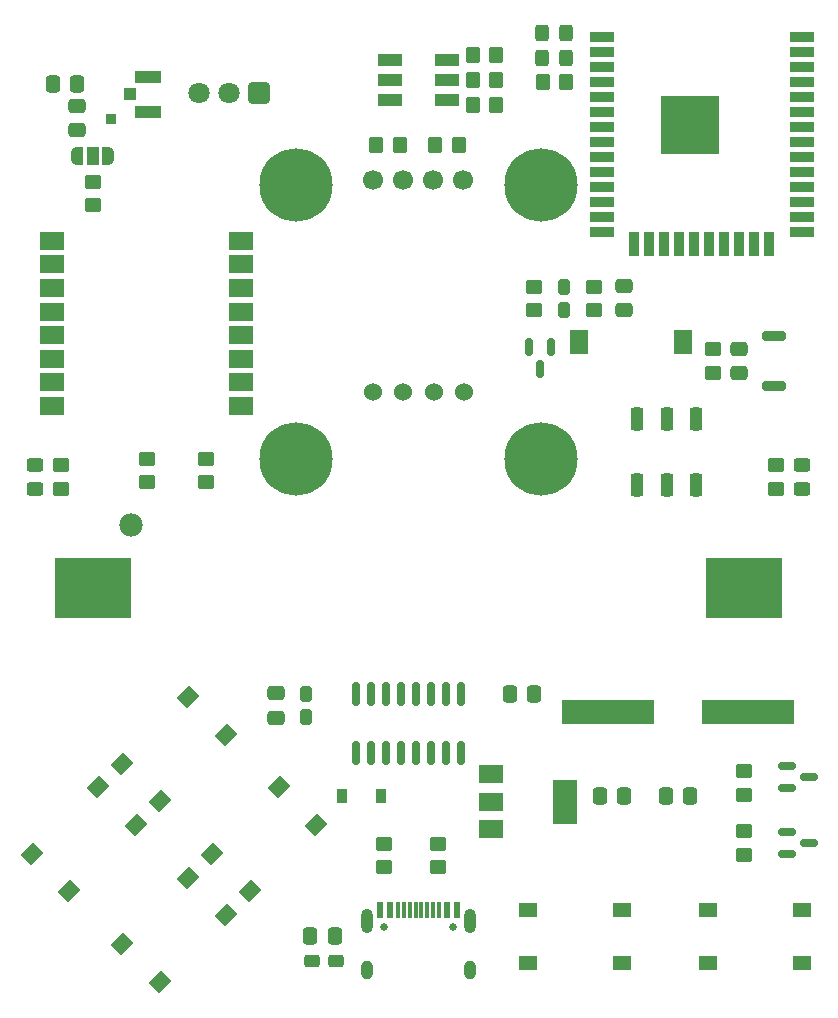
<source format=gbr>
G04 #@! TF.GenerationSoftware,KiCad,Pcbnew,6.0.11-2627ca5db0~126~ubuntu20.04.1*
G04 #@! TF.CreationDate,2023-07-03T19:36:09-05:00*
G04 #@! TF.ProjectId,iot-badge-915,696f742d-6261-4646-9765-2d3931352e6b,rev?*
G04 #@! TF.SameCoordinates,Original*
G04 #@! TF.FileFunction,Soldermask,Top*
G04 #@! TF.FilePolarity,Negative*
%FSLAX46Y46*%
G04 Gerber Fmt 4.6, Leading zero omitted, Abs format (unit mm)*
G04 Created by KiCad (PCBNEW 6.0.11-2627ca5db0~126~ubuntu20.04.1) date 2023-07-03 19:36:09*
%MOMM*%
%LPD*%
G01*
G04 APERTURE LIST*
G04 Aperture macros list*
%AMRoundRect*
0 Rectangle with rounded corners*
0 $1 Rounding radius*
0 $2 $3 $4 $5 $6 $7 $8 $9 X,Y pos of 4 corners*
0 Add a 4 corners polygon primitive as box body*
4,1,4,$2,$3,$4,$5,$6,$7,$8,$9,$2,$3,0*
0 Add four circle primitives for the rounded corners*
1,1,$1+$1,$2,$3*
1,1,$1+$1,$4,$5*
1,1,$1+$1,$6,$7*
1,1,$1+$1,$8,$9*
0 Add four rect primitives between the rounded corners*
20,1,$1+$1,$2,$3,$4,$5,0*
20,1,$1+$1,$4,$5,$6,$7,0*
20,1,$1+$1,$6,$7,$8,$9,0*
20,1,$1+$1,$8,$9,$2,$3,0*%
%AMRotRect*
0 Rectangle, with rotation*
0 The origin of the aperture is its center*
0 $1 length*
0 $2 width*
0 $3 Rotation angle, in degrees counterclockwise*
0 Add horizontal line*
21,1,$1,$2,0,0,$3*%
%AMFreePoly0*
4,1,22,0.550000,-0.750000,0.000000,-0.750000,0.000000,-0.745033,-0.079941,-0.743568,-0.215256,-0.701293,-0.333266,-0.622738,-0.424486,-0.514219,-0.481581,-0.384460,-0.499164,-0.250000,-0.500000,-0.250000,-0.500000,0.250000,-0.499164,0.250000,-0.499963,0.256109,-0.478152,0.396186,-0.417904,0.524511,-0.324060,0.630769,-0.204165,0.706417,-0.067858,0.745374,0.000000,0.744959,0.000000,0.750000,
0.550000,0.750000,0.550000,-0.750000,0.550000,-0.750000,$1*%
%AMFreePoly1*
4,1,20,0.000000,0.744959,0.073905,0.744508,0.209726,0.703889,0.328688,0.626782,0.421226,0.519385,0.479903,0.390333,0.500000,0.250000,0.500000,-0.250000,0.499851,-0.262216,0.476331,-0.402017,0.414519,-0.529596,0.319384,-0.634700,0.198574,-0.708877,0.061801,-0.746166,0.000000,-0.745033,0.000000,-0.750000,-0.550000,-0.750000,-0.550000,0.750000,0.000000,0.750000,0.000000,0.744959,
0.000000,0.744959,$1*%
G04 Aperture macros list end*
%ADD10R,0.900000X1.200000*%
%ADD11RoundRect,0.250000X-0.350000X-0.450000X0.350000X-0.450000X0.350000X0.450000X-0.350000X0.450000X0*%
%ADD12RoundRect,0.250000X-0.337500X-0.475000X0.337500X-0.475000X0.337500X0.475000X-0.337500X0.475000X0*%
%ADD13RoundRect,0.250000X-0.275000X0.400000X-0.275000X-0.400000X0.275000X-0.400000X0.275000X0.400000X0*%
%ADD14RoundRect,0.250000X-0.325000X-0.450000X0.325000X-0.450000X0.325000X0.450000X-0.325000X0.450000X0*%
%ADD15C,1.980000*%
%ADD16R,6.400000X5.100000*%
%ADD17RoundRect,0.250000X-0.400000X-0.275000X0.400000X-0.275000X0.400000X0.275000X-0.400000X0.275000X0*%
%ADD18RoundRect,0.250000X-0.450000X0.350000X-0.450000X-0.350000X0.450000X-0.350000X0.450000X0.350000X0*%
%ADD19RoundRect,0.250000X-0.475000X0.337500X-0.475000X-0.337500X0.475000X-0.337500X0.475000X0.337500X0*%
%ADD20RoundRect,0.250000X-0.450000X0.325000X-0.450000X-0.325000X0.450000X-0.325000X0.450000X0.325000X0*%
%ADD21R,2.000000X0.900000*%
%ADD22R,0.900000X2.000000*%
%ADD23R,5.000000X5.000000*%
%ADD24R,1.050000X1.000000*%
%ADD25R,2.200000X1.050000*%
%ADD26RotRect,1.550000X1.300000X45.000000*%
%ADD27C,0.650000*%
%ADD28R,0.600000X1.450000*%
%ADD29R,0.300000X1.450000*%
%ADD30O,1.000000X2.100000*%
%ADD31O,1.000000X1.600000*%
%ADD32R,2.000000X1.500000*%
%ADD33R,2.000000X3.800000*%
%ADD34R,1.550000X1.300000*%
%ADD35RoundRect,0.150000X-0.587500X-0.150000X0.587500X-0.150000X0.587500X0.150000X-0.587500X0.150000X0*%
%ADD36RoundRect,0.250000X0.450000X-0.350000X0.450000X0.350000X-0.450000X0.350000X-0.450000X-0.350000X0*%
%ADD37FreePoly0,0.000000*%
%ADD38R,1.000000X1.500000*%
%ADD39FreePoly1,0.000000*%
%ADD40R,7.875000X2.000000*%
%ADD41RoundRect,0.150000X0.150000X-0.825000X0.150000X0.825000X-0.150000X0.825000X-0.150000X-0.825000X0*%
%ADD42C,6.200000*%
%ADD43C,1.700000*%
%ADD44C,1.524000*%
%ADD45RoundRect,0.248400X0.651600X0.651600X-0.651600X0.651600X-0.651600X-0.651600X0.651600X-0.651600X0*%
%ADD46C,1.800000*%
%ADD47RoundRect,0.150000X-0.150000X0.587500X-0.150000X-0.587500X0.150000X-0.587500X0.150000X0.587500X0*%
%ADD48R,1.500000X2.000000*%
%ADD49RoundRect,0.275000X-0.275000X0.700000X-0.275000X-0.700000X0.275000X-0.700000X0.275000X0.700000X0*%
%ADD50RoundRect,0.250000X0.475000X-0.337500X0.475000X0.337500X-0.475000X0.337500X-0.475000X-0.337500X0*%
%ADD51R,0.850000X0.850000*%
%ADD52R,2.000000X1.100000*%
%ADD53RoundRect,0.200000X0.800000X-0.200000X0.800000X0.200000X-0.800000X0.200000X-0.800000X-0.200000X0*%
G04 APERTURE END LIST*
D10*
X128550000Y-132100000D03*
X131850000Y-132100000D03*
D11*
X139600000Y-73600000D03*
X141600000Y-73600000D03*
D12*
X104012500Y-71800000D03*
X106087500Y-71800000D03*
D11*
X145500000Y-71700000D03*
X147500000Y-71700000D03*
X139600000Y-69400000D03*
X141600000Y-69400000D03*
D12*
X125823800Y-144000000D03*
X127898800Y-144000000D03*
D13*
X125476000Y-123444000D03*
X125476000Y-125394000D03*
D14*
X145475000Y-67500000D03*
X147525000Y-67500000D03*
D15*
X110650000Y-109200000D03*
D16*
X107450000Y-114500000D03*
X162550000Y-114500000D03*
D12*
X150346500Y-132080000D03*
X152421500Y-132080000D03*
D17*
X126025000Y-146100000D03*
X127975000Y-146100000D03*
D18*
X107400000Y-80100000D03*
X107400000Y-82100000D03*
D19*
X162100000Y-94252500D03*
X162100000Y-96327500D03*
D20*
X167500000Y-104075000D03*
X167500000Y-106125000D03*
D21*
X150500000Y-67845000D03*
X150500000Y-69115000D03*
X150500000Y-70385000D03*
X150500000Y-71655000D03*
X150500000Y-72925000D03*
X150500000Y-74195000D03*
X150500000Y-75465000D03*
X150500000Y-76735000D03*
X150500000Y-78005000D03*
X150500000Y-79275000D03*
X150500000Y-80545000D03*
X150500000Y-81815000D03*
X150500000Y-83085000D03*
X150500000Y-84355000D03*
D22*
X153285000Y-85355000D03*
X154555000Y-85355000D03*
X155825000Y-85355000D03*
X157095000Y-85355000D03*
X158365000Y-85355000D03*
X159635000Y-85355000D03*
X160905000Y-85355000D03*
X162175000Y-85355000D03*
X163445000Y-85355000D03*
X164715000Y-85355000D03*
D21*
X167500000Y-84355000D03*
X167500000Y-83085000D03*
X167500000Y-81815000D03*
X167500000Y-80545000D03*
X167500000Y-79275000D03*
X167500000Y-78005000D03*
X167500000Y-76735000D03*
X167500000Y-75465000D03*
X167500000Y-74195000D03*
X167500000Y-72925000D03*
X167500000Y-71655000D03*
X167500000Y-70385000D03*
X167500000Y-69115000D03*
X167500000Y-67845000D03*
D23*
X158000000Y-75345000D03*
D24*
X110550000Y-72700000D03*
D25*
X112075000Y-71225000D03*
X112075000Y-74175000D03*
D26*
X109898260Y-129369759D03*
X115519759Y-123748260D03*
X118701740Y-126930241D03*
X113080241Y-132551740D03*
D27*
X137890000Y-143196000D03*
X132110000Y-143196000D03*
D28*
X131750000Y-141751000D03*
X132550000Y-141751000D03*
D29*
X133750000Y-141751000D03*
X134750000Y-141751000D03*
X135250000Y-141751000D03*
X136250000Y-141751000D03*
D28*
X137450000Y-141751000D03*
X138250000Y-141751000D03*
X138250000Y-141751000D03*
X137450000Y-141751000D03*
D29*
X136750000Y-141751000D03*
X135750000Y-141751000D03*
X134250000Y-141751000D03*
X133250000Y-141751000D03*
D28*
X132550000Y-141751000D03*
X131750000Y-141751000D03*
D30*
X130680000Y-142666000D03*
D31*
X139320000Y-146846000D03*
X130680000Y-146846000D03*
D30*
X139320000Y-142666000D03*
D18*
X112000000Y-103550000D03*
X112000000Y-105550000D03*
D11*
X136387100Y-77000000D03*
X138387100Y-77000000D03*
D32*
X141122000Y-130288000D03*
D33*
X147422000Y-132588000D03*
D32*
X141122000Y-132588000D03*
X141122000Y-134888000D03*
D34*
X152236400Y-141750000D03*
X144286400Y-141750000D03*
X144286400Y-146250000D03*
X152236400Y-146250000D03*
D26*
X115519759Y-139048260D03*
X109898260Y-144669759D03*
X113080241Y-147851740D03*
X118701740Y-142230241D03*
D13*
X147320000Y-89025000D03*
X147320000Y-90975000D03*
D35*
X166194500Y-129558000D03*
X166194500Y-131458000D03*
X168069500Y-130508000D03*
D36*
X149860000Y-91000000D03*
X149860000Y-89000000D03*
D12*
X155934500Y-132080000D03*
X158009500Y-132080000D03*
D19*
X122936000Y-123422500D03*
X122936000Y-125497500D03*
D36*
X136652000Y-138160000D03*
X136652000Y-136160000D03*
D37*
X106100000Y-77900000D03*
D38*
X107400000Y-77900000D03*
D39*
X108700000Y-77900000D03*
D40*
X151062500Y-125000000D03*
X162937500Y-125000000D03*
D11*
X131392900Y-77000000D03*
X133392900Y-77000000D03*
D41*
X129667000Y-128459000D03*
X130937000Y-128459000D03*
X132207000Y-128459000D03*
X133477000Y-128459000D03*
X134747000Y-128459000D03*
X136017000Y-128459000D03*
X137287000Y-128459000D03*
X138557000Y-128459000D03*
X138557000Y-123509000D03*
X137287000Y-123509000D03*
X136017000Y-123509000D03*
X134747000Y-123509000D03*
X133477000Y-123509000D03*
X132207000Y-123509000D03*
X130937000Y-123509000D03*
X129667000Y-123509000D03*
D42*
X145350000Y-103548000D03*
X145350000Y-80348000D03*
X124650000Y-80348000D03*
X124650000Y-103548000D03*
D43*
X131190000Y-79998000D03*
X133730000Y-79998000D03*
X136270000Y-79998000D03*
X138810000Y-79998000D03*
D44*
X131137000Y-97898000D03*
X133677000Y-97898000D03*
X136323000Y-97898000D03*
X138863000Y-97898000D03*
D34*
X159546400Y-141750000D03*
X167496400Y-141750000D03*
X167496400Y-146250000D03*
X159546400Y-146250000D03*
D14*
X145475000Y-69600000D03*
X147525000Y-69600000D03*
D11*
X139600000Y-71500000D03*
X141600000Y-71500000D03*
D19*
X106100000Y-73662500D03*
X106100000Y-75737500D03*
D26*
X117528260Y-137019759D03*
X123149759Y-131398260D03*
X126331740Y-134580241D03*
X120710241Y-140201740D03*
D36*
X132080000Y-138160000D03*
X132080000Y-136160000D03*
D45*
X121500000Y-72600000D03*
D46*
X118960000Y-72600000D03*
X116420000Y-72600000D03*
D35*
X166194500Y-135146000D03*
X166194500Y-137046000D03*
X168069500Y-136096000D03*
D47*
X146250000Y-94062500D03*
X144350000Y-94062500D03*
X145300000Y-95937500D03*
D48*
X157400000Y-93700000D03*
X148600000Y-93700000D03*
D36*
X162560000Y-132000000D03*
X162560000Y-130000000D03*
D49*
X153500000Y-105825000D03*
X156000000Y-105825000D03*
X158500000Y-105825000D03*
X153500000Y-100175000D03*
X156000000Y-100175000D03*
X158500000Y-100175000D03*
D50*
X152400000Y-90975000D03*
X152400000Y-88900000D03*
D20*
X102500000Y-104075000D03*
X102500000Y-106125000D03*
D32*
X104000000Y-85100000D03*
X104000000Y-87100000D03*
X104000000Y-89100000D03*
X104000000Y-91100000D03*
X104000000Y-93100000D03*
X104000000Y-95100000D03*
X104000000Y-97100000D03*
X104000000Y-99100000D03*
X120000000Y-99100000D03*
X120000000Y-97100000D03*
X120000000Y-95100000D03*
X120000000Y-93100000D03*
X120000000Y-91100000D03*
X120000000Y-89100000D03*
X120000000Y-87100000D03*
X120000000Y-85100000D03*
D18*
X104700000Y-104100000D03*
X104700000Y-106100000D03*
X165300000Y-104100000D03*
X165300000Y-106100000D03*
D51*
X109000000Y-74800000D03*
D18*
X144780000Y-89000000D03*
X144780000Y-91000000D03*
D26*
X102268260Y-137019759D03*
X107889759Y-131398260D03*
X111071740Y-134580241D03*
X105450241Y-140201740D03*
D12*
X142726500Y-123444000D03*
X144801500Y-123444000D03*
D36*
X162560000Y-137096000D03*
X162560000Y-135096000D03*
D52*
X132600000Y-69800000D03*
X132600000Y-71500000D03*
X132600000Y-73200000D03*
X137400000Y-73200000D03*
X137400000Y-71500000D03*
X137400000Y-69800000D03*
D53*
X165100000Y-97390000D03*
X165100000Y-93190000D03*
D18*
X117000000Y-103550000D03*
X117000000Y-105550000D03*
D36*
X159900000Y-96290000D03*
X159900000Y-94290000D03*
M02*

</source>
